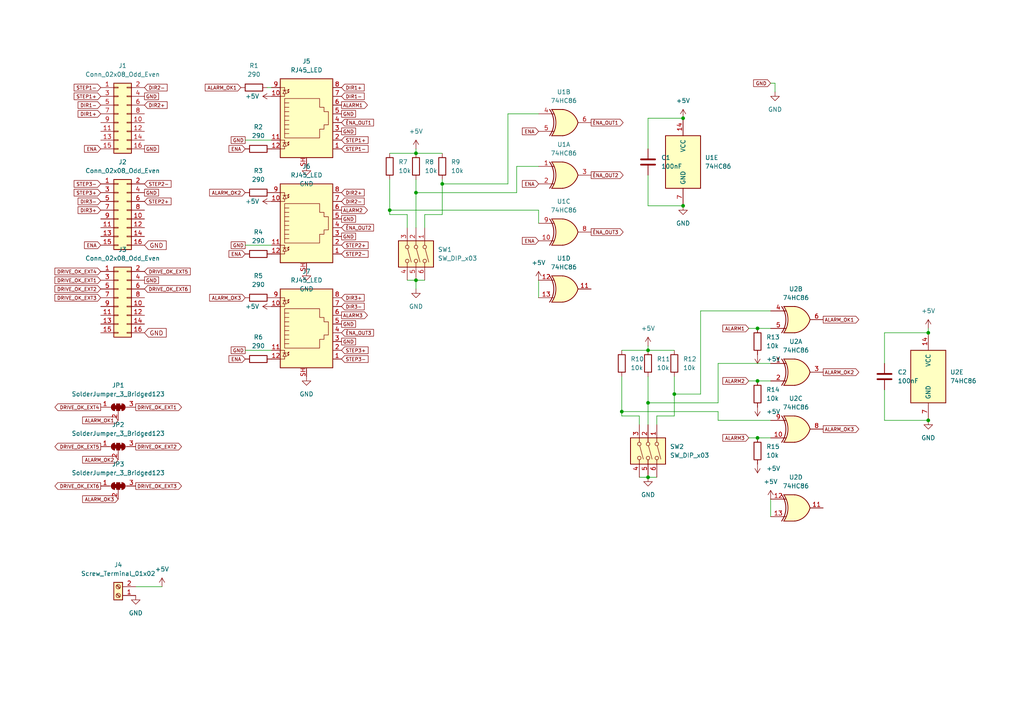
<source format=kicad_sch>
(kicad_sch (version 20211123) (generator eeschema)
  (paper "A4")
  (lib_symbols
    (symbol "74xx:74HC86" (pin_names (offset 1.016))
      (property "Reference" "U" (at 0 1.27 0))
      (property "Value" "74HC86" (at 0 -1.27 0))
      (symbol "74HC86_1_0"
        (arc (start -4.4196 -3.81) (mid -3.2033 0) (end -4.4196 3.81) (stroke (width 0.254)))
        (arc (start -3.81 -3.81) (mid -2.589 0) (end -3.81 3.81) (stroke (width 0.254)))
        (arc (start -0.6096 -3.81) (mid 2.1855 -2.584) (end 3.81 0) (stroke (width 0.254)) (fill (type background)))
        (polyline (pts (xy -3.81 -3.81) (xy -0.635 -3.81)) (stroke (width 0.254)) (fill (type background)))
        (polyline (pts (xy -3.81 3.81) (xy -0.635 3.81)) (stroke (width 0.254)) (fill (type background)))
        (polyline (pts (xy -0.635 3.81) (xy -3.81 3.81) (xy -3.81 3.81) (xy -3.556 3.4036) (xy -3.0226 2.2606) (xy -2.6924 1.0414) (xy -2.6162 -0.254) (xy -2.7686 -1.4986) (xy -3.175 -2.7178) (xy -3.81 -3.81) (xy -3.81 -3.81) (xy -0.635 -3.81)) (stroke (width -25.4)) (fill (type background)))
        (arc (start 3.81 0) (mid 2.1928 2.5925) (end -0.6096 3.81) (stroke (width 0.254)) (fill (type background)))
        (pin input line (at -7.62 2.54 0) (length 4.445) (name "~") (number "1"))
        (pin input line (at -7.62 -2.54 0) (length 4.445) (name "~") (number "2"))
        (pin output line (at 7.62 0 180) (length 3.81) (name "~") (number "3"))
      )
      (symbol "74HC86_1_1"
        (polyline (pts (xy -3.81 -2.54) (xy -3.175 -2.54)) (stroke (width 0.1524)))
        (polyline (pts (xy -3.81 2.54) (xy -3.175 2.54)) (stroke (width 0.1524)))
      )
      (symbol "74HC86_2_0"
        (arc (start -4.4196 -3.81) (mid -3.2033 0) (end -4.4196 3.81) (stroke (width 0.254)))
        (arc (start -3.81 -3.81) (mid -2.589 0) (end -3.81 3.81) (stroke (width 0.254)))
        (arc (start -0.6096 -3.81) (mid 2.1855 -2.584) (end 3.81 0) (stroke (width 0.254)) (fill (type background)))
        (polyline (pts (xy -3.81 -3.81) (xy -0.635 -3.81)) (stroke (width 0.254)) (fill (type background)))
        (polyline (pts (xy -3.81 3.81) (xy -0.635 3.81)) (stroke (width 0.254)) (fill (type background)))
        (polyline (pts (xy -0.635 3.81) (xy -3.81 3.81) (xy -3.81 3.81) (xy -3.556 3.4036) (xy -3.0226 2.2606) (xy -2.6924 1.0414) (xy -2.6162 -0.254) (xy -2.7686 -1.4986) (xy -3.175 -2.7178) (xy -3.81 -3.81) (xy -3.81 -3.81) (xy -0.635 -3.81)) (stroke (width -25.4)) (fill (type background)))
        (arc (start 3.81 0) (mid 2.1928 2.5925) (end -0.6096 3.81) (stroke (width 0.254)) (fill (type background)))
        (pin input line (at -7.62 2.54 0) (length 4.445) (name "~") (number "4"))
        (pin input line (at -7.62 -2.54 0) (length 4.445) (name "~") (number "5"))
        (pin output line (at 7.62 0 180) (length 3.81) (name "~") (number "6"))
      )
      (symbol "74HC86_2_1"
        (polyline (pts (xy -3.81 -2.54) (xy -3.175 -2.54)) (stroke (width 0.1524)))
        (polyline (pts (xy -3.81 2.54) (xy -3.175 2.54)) (stroke (width 0.1524)))
      )
      (symbol "74HC86_3_0"
        (arc (start -4.4196 -3.81) (mid -3.2033 0) (end -4.4196 3.81) (stroke (width 0.254)))
        (arc (start -3.81 -3.81) (mid -2.589 0) (end -3.81 3.81) (stroke (width 0.254)))
        (arc (start -0.6096 -3.81) (mid 2.1855 -2.584) (end 3.81 0) (stroke (width 0.254)) (fill (type background)))
        (polyline (pts (xy -3.81 -3.81) (xy -0.635 -3.81)) (stroke (width 0.254)) (fill (type background)))
        (polyline (pts (xy -3.81 3.81) (xy -0.635 3.81)) (stroke (width 0.254)) (fill (type background)))
        (polyline (pts (xy -0.635 3.81) (xy -3.81 3.81) (xy -3.81 3.81) (xy -3.556 3.4036) (xy -3.0226 2.2606) (xy -2.6924 1.0414) (xy -2.6162 -0.254) (xy -2.7686 -1.4986) (xy -3.175 -2.7178) (xy -3.81 -3.81) (xy -3.81 -3.81) (xy -0.635 -3.81)) (stroke (width -25.4)) (fill (type background)))
        (arc (start 3.81 0) (mid 2.1928 2.5925) (end -0.6096 3.81) (stroke (width 0.254)) (fill (type background)))
        (pin input line (at -7.62 -2.54 0) (length 4.445) (name "~") (number "10"))
        (pin output line (at 7.62 0 180) (length 3.81) (name "~") (number "8"))
        (pin input line (at -7.62 2.54 0) (length 4.445) (name "~") (number "9"))
      )
      (symbol "74HC86_3_1"
        (polyline (pts (xy -3.81 -2.54) (xy -3.175 -2.54)) (stroke (width 0.1524)))
        (polyline (pts (xy -3.81 2.54) (xy -3.175 2.54)) (stroke (width 0.1524)))
      )
      (symbol "74HC86_4_0"
        (arc (start -4.4196 -3.81) (mid -3.2033 0) (end -4.4196 3.81) (stroke (width 0.254)))
        (arc (start -3.81 -3.81) (mid -2.589 0) (end -3.81 3.81) (stroke (width 0.254)))
        (arc (start -0.6096 -3.81) (mid 2.1855 -2.584) (end 3.81 0) (stroke (width 0.254)) (fill (type background)))
        (polyline (pts (xy -3.81 -3.81) (xy -0.635 -3.81)) (stroke (width 0.254)) (fill (type background)))
        (polyline (pts (xy -3.81 3.81) (xy -0.635 3.81)) (stroke (width 0.254)) (fill (type background)))
        (polyline (pts (xy -0.635 3.81) (xy -3.81 3.81) (xy -3.81 3.81) (xy -3.556 3.4036) (xy -3.0226 2.2606) (xy -2.6924 1.0414) (xy -2.6162 -0.254) (xy -2.7686 -1.4986) (xy -3.175 -2.7178) (xy -3.81 -3.81) (xy -3.81 -3.81) (xy -0.635 -3.81)) (stroke (width -25.4)) (fill (type background)))
        (arc (start 3.81 0) (mid 2.1928 2.5925) (end -0.6096 3.81) (stroke (width 0.254)) (fill (type background)))
        (pin output line (at 7.62 0 180) (length 3.81) (name "~") (number "11"))
        (pin input line (at -7.62 2.54 0) (length 4.445) (name "~") (number "12"))
        (pin input line (at -7.62 -2.54 0) (length 4.445) (name "~") (number "13"))
      )
      (symbol "74HC86_4_1"
        (polyline (pts (xy -3.81 -2.54) (xy -3.175 -2.54)) (stroke (width 0.1524)))
        (polyline (pts (xy -3.81 2.54) (xy -3.175 2.54)) (stroke (width 0.1524)))
      )
      (symbol "74HC86_5_0"
        (pin power_in line (at 0 12.7 270) (length 5.08) (name "VCC") (number "14"))
        (pin power_in line (at 0 -12.7 90) (length 5.08) (name "GND") (number "7"))
      )
      (symbol "74HC86_5_1"
        (rectangle (start -5.08 7.62) (end 5.08 -7.62) (stroke (width 0.254)) (fill (type background)))
      )
    )
    (symbol "Connector:RJ45_LED_Shielded" (pin_names (offset 1.016))
      (property "Reference" "J" (at -5.08 13.97 0))
      (property "Value" "RJ45_LED_Shielded" (at 1.27 13.97 0))
      (symbol "RJ45_LED_Shielded_0_1"
        (polyline (pts (xy -7.62 -7.62) (xy -6.35 -7.62)))
        (polyline (pts (xy -7.62 -5.08) (xy -6.35 -5.08)))
        (polyline (pts (xy -7.62 7.62) (xy -6.35 7.62)))
        (polyline (pts (xy -7.62 10.16) (xy -6.35 10.16)))
        (polyline (pts (xy -6.858 -5.842) (xy -5.842 -5.842)))
        (polyline (pts (xy -6.858 9.398) (xy -5.842 9.398)))
        (polyline (pts (xy -6.35 -7.62) (xy -6.35 -6.858)))
        (polyline (pts (xy -6.35 -5.08) (xy -6.35 -5.842)))
        (polyline (pts (xy -6.35 7.62) (xy -6.35 8.382)))
        (polyline (pts (xy -6.35 10.16) (xy -6.35 9.398)))
        (polyline (pts (xy -5.08 -6.223) (xy -5.207 -6.604)))
        (polyline (pts (xy -5.08 -5.588) (xy -5.207 -5.969)))
        (polyline (pts (xy -5.08 4.445) (xy -6.35 4.445)))
        (polyline (pts (xy -5.08 5.715) (xy -6.35 5.715)))
        (polyline (pts (xy -5.08 9.017) (xy -5.207 8.636)))
        (polyline (pts (xy -5.08 9.652) (xy -5.207 9.271)))
        (polyline (pts (xy -6.35 -3.175) (xy -5.08 -3.175) (xy -5.08 -3.175)))
        (polyline (pts (xy -6.35 -1.905) (xy -5.08 -1.905) (xy -5.08 -1.905)))
        (polyline (pts (xy -6.35 -0.635) (xy -5.08 -0.635) (xy -5.08 -0.635)))
        (polyline (pts (xy -6.35 0.635) (xy -5.08 0.635) (xy -5.08 0.635)))
        (polyline (pts (xy -6.35 1.905) (xy -5.08 1.905) (xy -5.08 1.905)))
        (polyline (pts (xy -5.588 -6.731) (xy -5.08 -6.223) (xy -5.461 -6.35)))
        (polyline (pts (xy -5.588 -6.096) (xy -5.08 -5.588) (xy -5.461 -5.715)))
        (polyline (pts (xy -5.588 8.509) (xy -5.08 9.017) (xy -5.461 8.89)))
        (polyline (pts (xy -5.588 9.144) (xy -5.08 9.652) (xy -5.461 9.525)))
        (polyline (pts (xy -5.08 3.175) (xy -6.35 3.175) (xy -6.35 3.175)))
        (polyline (pts (xy -6.35 -5.842) (xy -6.858 -6.858) (xy -5.842 -6.858) (xy -6.35 -5.842)))
        (polyline (pts (xy -6.35 9.398) (xy -6.858 8.382) (xy -5.842 8.382) (xy -6.35 9.398)))
        (polyline (pts (xy -6.35 -4.445) (xy -6.35 6.985) (xy 3.81 6.985) (xy 3.81 4.445) (xy 5.08 4.445) (xy 5.08 3.175) (xy 6.35 3.175) (xy 6.35 -0.635) (xy 5.08 -0.635) (xy 5.08 -1.905) (xy 3.81 -1.905) (xy 3.81 -4.445) (xy -6.35 -4.445) (xy -6.35 -4.445)))
        (rectangle (start 7.62 12.7) (end -7.62 -10.16) (stroke (width 0.254)) (fill (type background)))
      )
      (symbol "RJ45_LED_Shielded_1_1"
        (pin passive line (at 10.16 -7.62 180) (length 2.54) (name "~") (number "1"))
        (pin passive line (at -10.16 7.62 0) (length 2.54) (name "~") (number "10"))
        (pin passive line (at -10.16 -5.08 0) (length 2.54) (name "~") (number "11"))
        (pin passive line (at -10.16 -7.62 0) (length 2.54) (name "~") (number "12"))
        (pin passive line (at 10.16 -5.08 180) (length 2.54) (name "~") (number "2"))
        (pin passive line (at 10.16 -2.54 180) (length 2.54) (name "~") (number "3"))
        (pin passive line (at 10.16 0 180) (length 2.54) (name "~") (number "4"))
        (pin passive line (at 10.16 2.54 180) (length 2.54) (name "~") (number "5"))
        (pin passive line (at 10.16 5.08 180) (length 2.54) (name "~") (number "6"))
        (pin passive line (at 10.16 7.62 180) (length 2.54) (name "~") (number "7"))
        (pin passive line (at 10.16 10.16 180) (length 2.54) (name "~") (number "8"))
        (pin passive line (at -10.16 10.16 0) (length 2.54) (name "~") (number "9"))
        (pin passive line (at 0 -12.7 90) (length 2.54) (name "~") (number "SH"))
      )
    )
    (symbol "Connector:Screw_Terminal_01x02" (pin_names (offset 1.016) hide)
      (property "Reference" "J" (at 0 2.54 0))
      (property "Value" "Screw_Terminal_01x02" (at 0 -5.08 0))
      (symbol "Screw_Terminal_01x02_1_1"
        (rectangle (start -1.27 1.27) (end 1.27 -3.81) (stroke (width 0.254)) (fill (type background)))
        (circle (center 0 -2.54) (radius 0.635) (stroke (width 0.1524)))
        (polyline (pts (xy -0.5334 -2.2098) (xy 0.3302 -3.048)) (stroke (width 0.1524)))
        (polyline (pts (xy -0.5334 0.3302) (xy 0.3302 -0.508)) (stroke (width 0.1524)))
        (polyline (pts (xy -0.3556 -2.032) (xy 0.508 -2.8702)) (stroke (width 0.1524)))
        (polyline (pts (xy -0.3556 0.508) (xy 0.508 -0.3302)) (stroke (width 0.1524)))
        (circle (center 0 0) (radius 0.635) (stroke (width 0.1524)))
        (pin passive line (at -5.08 0 0) (length 3.81) (name "Pin_1") (number "1"))
        (pin passive line (at -5.08 -2.54 0) (length 3.81) (name "Pin_2") (number "2"))
      )
    )
    (symbol "Connector_Generic:Conn_02x08_Odd_Even" (pin_names (offset 1.016) hide)
      (property "Reference" "J" (at 1.27 10.16 0))
      (property "Value" "Conn_02x08_Odd_Even" (at 1.27 -12.7 0))
      (symbol "Conn_02x08_Odd_Even_1_1"
        (rectangle (start -1.27 -10.033) (end 0 -10.287) (stroke (width 0.1524)))
        (rectangle (start -1.27 -7.493) (end 0 -7.747) (stroke (width 0.1524)))
        (rectangle (start -1.27 -4.953) (end 0 -5.207) (stroke (width 0.1524)))
        (rectangle (start -1.27 -2.413) (end 0 -2.667) (stroke (width 0.1524)))
        (rectangle (start -1.27 0.127) (end 0 -0.127) (stroke (width 0.1524)))
        (rectangle (start -1.27 2.667) (end 0 2.413) (stroke (width 0.1524)))
        (rectangle (start -1.27 5.207) (end 0 4.953) (stroke (width 0.1524)))
        (rectangle (start -1.27 7.747) (end 0 7.493) (stroke (width 0.1524)))
        (rectangle (start -1.27 8.89) (end 3.81 -11.43) (stroke (width 0.254)) (fill (type background)))
        (rectangle (start 3.81 -10.033) (end 2.54 -10.287) (stroke (width 0.1524)))
        (rectangle (start 3.81 -7.493) (end 2.54 -7.747) (stroke (width 0.1524)))
        (rectangle (start 3.81 -4.953) (end 2.54 -5.207) (stroke (width 0.1524)))
        (rectangle (start 3.81 -2.413) (end 2.54 -2.667) (stroke (width 0.1524)))
        (rectangle (start 3.81 0.127) (end 2.54 -0.127) (stroke (width 0.1524)))
        (rectangle (start 3.81 2.667) (end 2.54 2.413) (stroke (width 0.1524)))
        (rectangle (start 3.81 5.207) (end 2.54 4.953) (stroke (width 0.1524)))
        (rectangle (start 3.81 7.747) (end 2.54 7.493) (stroke (width 0.1524)))
        (pin passive line (at -5.08 7.62 0) (length 3.81) (name "Pin_1") (number "1"))
        (pin passive line (at 7.62 -2.54 180) (length 3.81) (name "Pin_10") (number "10"))
        (pin passive line (at -5.08 -5.08 0) (length 3.81) (name "Pin_11") (number "11"))
        (pin passive line (at 7.62 -5.08 180) (length 3.81) (name "Pin_12") (number "12"))
        (pin passive line (at -5.08 -7.62 0) (length 3.81) (name "Pin_13") (number "13"))
        (pin passive line (at 7.62 -7.62 180) (length 3.81) (name "Pin_14") (number "14"))
        (pin passive line (at -5.08 -10.16 0) (length 3.81) (name "Pin_15") (number "15"))
        (pin passive line (at 7.62 -10.16 180) (length 3.81) (name "Pin_16") (number "16"))
        (pin passive line (at 7.62 7.62 180) (length 3.81) (name "Pin_2") (number "2"))
        (pin passive line (at -5.08 5.08 0) (length 3.81) (name "Pin_3") (number "3"))
        (pin passive line (at 7.62 5.08 180) (length 3.81) (name "Pin_4") (number "4"))
        (pin passive line (at -5.08 2.54 0) (length 3.81) (name "Pin_5") (number "5"))
        (pin passive line (at 7.62 2.54 180) (length 3.81) (name "Pin_6") (number "6"))
        (pin passive line (at -5.08 0 0) (length 3.81) (name "Pin_7") (number "7"))
        (pin passive line (at 7.62 0 180) (length 3.81) (name "Pin_8") (number "8"))
        (pin passive line (at -5.08 -2.54 0) (length 3.81) (name "Pin_9") (number "9"))
      )
    )
    (symbol "Device:C" (pin_numbers hide) (pin_names (offset 0.254))
      (property "Reference" "C" (at 0.635 2.54 0))
      (property "Value" "C" (at 0.635 -2.54 0))
      (symbol "C_0_1"
        (polyline (pts (xy -2.032 -0.762) (xy 2.032 -0.762)) (stroke (width 0.508)))
        (polyline (pts (xy -2.032 0.762) (xy 2.032 0.762)) (stroke (width 0.508)))
      )
      (symbol "C_1_1"
        (pin passive line (at 0 3.81 270) (length 2.794) (name "~") (number "1"))
        (pin passive line (at 0 -3.81 90) (length 2.794) (name "~") (number "2"))
      )
    )
    (symbol "Device:R" (pin_numbers hide) (pin_names (offset 0))
      (property "Reference" "R" (at 2.032 0 90))
      (property "Value" "R" (at 0 0 90))
      (symbol "R_0_1"
        (rectangle (start -1.016 -2.54) (end 1.016 2.54) (stroke (width 0.254)))
      )
      (symbol "R_1_1"
        (pin passive line (at 0 3.81 270) (length 1.27) (name "~") (number "1"))
        (pin passive line (at 0 -3.81 90) (length 1.27) (name "~") (number "2"))
      )
    )
    (symbol "Jumper:SolderJumper_3_Bridged123" (pin_names (offset 0) hide)
      (property "Reference" "JP" (at -2.54 -2.54 0))
      (property "Value" "SolderJumper_3_Bridged123" (at 0 2.794 0))
      (symbol "SolderJumper_3_Bridged123_0_1"
        (rectangle (start -1.016 0.508) (end -0.508 -0.508) (fill (type outline)))
        (arc (start -1.016 1.016) (mid -2.032 0) (end -1.016 -1.016))
        (arc (start -1.016 1.016) (mid -2.032 0) (end -1.016 -1.016) (fill (type outline)))
        (rectangle (start -0.508 1.016) (end 0.508 -1.016) (fill (type outline)))
        (polyline (pts (xy -2.54 0) (xy -2.032 0)))
        (polyline (pts (xy -1.016 1.016) (xy -1.016 -1.016)))
        (polyline (pts (xy 0 -1.27) (xy 0 -1.016)))
        (polyline (pts (xy 1.016 1.016) (xy 1.016 -1.016)))
        (polyline (pts (xy 2.54 0) (xy 2.032 0)))
        (rectangle (start 0.508 0.508) (end 1.016 -0.508) (fill (type outline)))
        (arc (start 1.016 -1.016) (mid 2.032 0) (end 1.016 1.016))
        (arc (start 1.016 -1.016) (mid 2.032 0) (end 1.016 1.016) (fill (type outline)))
      )
      (symbol "SolderJumper_3_Bridged123_1_1"
        (pin passive line (at -5.08 0 0) (length 2.54) (name "A") (number "1"))
        (pin input line (at 0 -3.81 90) (length 2.54) (name "C") (number "2"))
        (pin passive line (at 5.08 0 180) (length 2.54) (name "B") (number "3"))
      )
    )
    (symbol "Switch:SW_DIP_x03" (pin_names (offset 0) hide)
      (property "Reference" "SW" (at 0 8.89 0))
      (property "Value" "SW_DIP_x03" (at 0 -3.81 0))
      (symbol "SW_DIP_x03_0_0"
        (circle (center -2.032 0) (radius 0.508))
        (circle (center -2.032 2.54) (radius 0.508))
        (circle (center -2.032 5.08) (radius 0.508))
        (polyline (pts (xy -1.524 0.127) (xy 2.3622 1.1684)))
        (polyline (pts (xy -1.524 2.667) (xy 2.3622 3.7084)))
        (polyline (pts (xy -1.524 5.207) (xy 2.3622 6.2484)))
        (circle (center 2.032 0) (radius 0.508))
        (circle (center 2.032 2.54) (radius 0.508))
        (circle (center 2.032 5.08) (radius 0.508))
      )
      (symbol "SW_DIP_x03_0_1"
        (rectangle (start -3.81 7.62) (end 3.81 -2.54) (stroke (width 0.254)) (fill (type background)))
      )
      (symbol "SW_DIP_x03_1_1"
        (pin passive line (at -7.62 5.08 0) (length 5.08) (name "~") (number "1"))
        (pin passive line (at -7.62 2.54 0) (length 5.08) (name "~") (number "2"))
        (pin passive line (at -7.62 0 0) (length 5.08) (name "~") (number "3"))
        (pin passive line (at 7.62 0 180) (length 5.08) (name "~") (number "4"))
        (pin passive line (at 7.62 2.54 180) (length 5.08) (name "~") (number "5"))
        (pin passive line (at 7.62 5.08 180) (length 5.08) (name "~") (number "6"))
      )
    )
    (symbol "power:+5V" (power) (pin_names (offset 0))
      (property "Value" "+5V" (at 0 3.556 0))
      (symbol "+5V_0_1"
        (polyline (pts (xy -0.762 1.27) (xy 0 2.54)))
        (polyline (pts (xy 0 0) (xy 0 2.54)))
        (polyline (pts (xy 0 2.54) (xy 0.762 1.27)))
      )
      (symbol "+5V_1_1"
        (pin power_in line (at 0 0 90) (length 0) hide (name "+5V") (number "1"))
      )
    )
    (symbol "power:GND" (power) (pin_names (offset 0))
      (property "Value" "GND" (at 0 -3.81 0))
      (symbol "GND_0_1"
        (polyline (pts (xy 0 0) (xy 0 -1.27) (xy 1.27 -1.27) (xy 0 -2.54) (xy -1.27 -1.27) (xy 0 -1.27)))
      )
      (symbol "GND_1_1"
        (pin power_in line (at 0 0 270) (length 0) hide (name "GND") (number "1"))
      )
    )
  )
  (junction (at 187.96 116.84))
  (junction (at 120.65 44.45))
  (junction (at 187.96 138.43))
  (junction (at 180.34 119.38))
  (junction (at 198.12 59.69))
  (junction (at 219.71 95.25))
  (junction (at 269.24 96.52))
  (junction (at 198.12 34.29))
  (junction (at 128.27 53.34))
  (junction (at 113.03 60.96))
  (junction (at 120.65 81.28))
  (junction (at 219.71 110.49))
  (junction (at 120.65 55.88))
  (junction (at 219.71 127))
  (junction (at 195.58 114.3))
  (junction (at 269.24 121.92))
  (junction (at 187.96 101.6))
  (wire (pts (xy 187.96 109.22) (xy 187.96 116.84)))
  (wire (pts (xy 219.71 110.49) (xy 223.52 110.49)))
  (wire (pts (xy 123.19 62.23) (xy 128.27 62.23)))
  (wire (pts (xy 185.42 120.65) (xy 185.42 123.19)))
  (wire (pts (xy 217.17 95.25) (xy 219.71 95.25)))
  (wire (pts (xy 187.96 101.6) (xy 195.58 101.6)))
  (wire (pts (xy 185.42 138.43) (xy 187.96 138.43)))
  (wire (pts (xy 187.96 116.84) (xy 187.96 123.19)))
  (wire (pts (xy 208.28 121.92) (xy 223.52 121.92)))
  (wire (pts (xy 149.86 48.26) (xy 149.86 55.88)))
  (wire (pts (xy 269.24 95.25) (xy 269.24 96.52)))
  (wire (pts (xy 180.34 119.38) (xy 208.28 119.38)))
  (wire (pts (xy 147.32 33.02) (xy 156.21 33.02)))
  (wire (pts (xy 113.03 44.45) (xy 120.65 44.45)))
  (wire (pts (xy 118.11 62.23) (xy 118.11 66.04)))
  (wire (pts (xy 120.65 81.28) (xy 120.65 83.82)))
  (wire (pts (xy 123.19 62.23) (xy 123.19 66.04)))
  (wire (pts (xy 256.54 113.03) (xy 256.54 121.92)))
  (wire (pts (xy 71.12 40.64) (xy 78.74 40.64)))
  (wire (pts (xy 180.34 119.38) (xy 180.34 109.22)))
  (wire (pts (xy 190.5 123.19) (xy 190.5 120.65)))
  (wire (pts (xy 217.17 110.49) (xy 219.71 110.49)))
  (wire (pts (xy 223.52 105.41) (xy 208.28 105.41)))
  (wire (pts (xy 208.28 119.38) (xy 208.28 121.92)))
  (wire (pts (xy 120.65 52.07) (xy 120.65 55.88)))
  (wire (pts (xy 187.96 138.43) (xy 190.5 138.43)))
  (wire (pts (xy 156.21 48.26) (xy 149.86 48.26)))
  (wire (pts (xy 187.96 116.84) (xy 208.28 116.84)))
  (wire (pts (xy 128.27 53.34) (xy 128.27 62.23)))
  (wire (pts (xy 187.96 34.29) (xy 198.12 34.29)))
  (wire (pts (xy 187.96 100.33) (xy 187.96 101.6)))
  (wire (pts (xy 187.96 59.69) (xy 198.12 59.69)))
  (wire (pts (xy 217.17 127) (xy 219.71 127)))
  (wire (pts (xy 147.32 33.02) (xy 147.32 53.34)))
  (wire (pts (xy 118.11 81.28) (xy 120.65 81.28)))
  (wire (pts (xy 120.65 43.18) (xy 120.65 44.45)))
  (wire (pts (xy 203.2 90.17) (xy 203.2 114.3)))
  (wire (pts (xy 156.21 81.28) (xy 156.21 86.36)))
  (wire (pts (xy 120.65 55.88) (xy 120.65 66.04)))
  (wire (pts (xy 120.65 81.28) (xy 123.19 81.28)))
  (wire (pts (xy 180.34 101.6) (xy 187.96 101.6)))
  (wire (pts (xy 128.27 52.07) (xy 128.27 53.34)))
  (wire (pts (xy 203.2 90.17) (xy 223.52 90.17)))
  (wire (pts (xy 156.21 60.96) (xy 113.03 60.96)))
  (wire (pts (xy 120.65 44.45) (xy 128.27 44.45)))
  (wire (pts (xy 256.54 121.92) (xy 269.24 121.92)))
  (wire (pts (xy 120.65 55.88) (xy 149.86 55.88)))
  (wire (pts (xy 256.54 96.52) (xy 256.54 105.41)))
  (wire (pts (xy 224.79 24.13) (xy 224.79 26.67)))
  (wire (pts (xy 190.5 120.65) (xy 195.58 120.65)))
  (wire (pts (xy 128.27 53.34) (xy 147.32 53.34)))
  (wire (pts (xy 223.52 144.78) (xy 223.52 149.86)))
  (wire (pts (xy 71.12 71.12) (xy 78.74 71.12)))
  (wire (pts (xy 113.03 60.96) (xy 113.03 62.23)))
  (wire (pts (xy 180.34 120.65) (xy 185.42 120.65)))
  (wire (pts (xy 156.21 64.77) (xy 156.21 60.96)))
  (wire (pts (xy 195.58 114.3) (xy 195.58 120.65)))
  (wire (pts (xy 187.96 34.29) (xy 187.96 43.18)))
  (wire (pts (xy 77.47 25.4) (xy 78.74 25.4)))
  (wire (pts (xy 187.96 50.8) (xy 187.96 59.69)))
  (wire (pts (xy 208.28 105.41) (xy 208.28 116.84)))
  (wire (pts (xy 113.03 52.07) (xy 113.03 60.96)))
  (wire (pts (xy 223.52 24.13) (xy 224.79 24.13)))
  (wire (pts (xy 195.58 114.3) (xy 203.2 114.3)))
  (wire (pts (xy 71.12 101.6) (xy 78.74 101.6)))
  (wire (pts (xy 219.71 95.25) (xy 223.52 95.25)))
  (wire (pts (xy 219.71 127) (xy 223.52 127)))
  (wire (pts (xy 39.37 170.18) (xy 46.99 170.18)))
  (wire (pts (xy 113.03 62.23) (xy 118.11 62.23)))
  (wire (pts (xy 195.58 109.22) (xy 195.58 114.3)))
  (wire (pts (xy 256.54 96.52) (xy 269.24 96.52)))
  (wire (pts (xy 180.34 120.65) (xy 180.34 119.38)))
  (global_label "GND" (shape passive) (at 41.91 55.88 0) (effects (font (size 1 1))) (property "Intersheet References" "${INTERSHEET_REFS}" (effects hide)))
  (global_label "GND" (shape passive) (at 99.06 93.98 0) (effects (font (size 1 1))) (property "Intersheet References" "${INTERSHEET_REFS}" (effects hide)))
  (global_label "DIR3-" (shape input) (at 29.21 58.42 180) (effects (font (size 1 1))) (property "Intersheet References" "${INTERSHEET_REFS}" (effects hide)))
  (global_label "GND" (shape passive) (at 99.06 38.1 0) (effects (font (size 1 1))) (property "Intersheet References" "${INTERSHEET_REFS}" (effects hide)))
  (global_label "DRIVE_OK_EXT3" (shape output) (at 39.37 140.97 0) (effects (font (size 1 1))) (property "Intersheet References" "${INTERSHEET_REFS}" (effects hide)))
  (global_label "STEP2+" (shape input) (at 99.06 71.12 0) (effects (font (size 1 1))) (property "Intersheet References" "${INTERSHEET_REFS}" (effects hide)))
  (global_label "DIR2+" (shape input) (at 41.91 30.48 0) (effects (font (size 1 1))) (property "Intersheet References" "${INTERSHEET_REFS}" (effects hide)))
  (global_label "STEP2+" (shape input) (at 41.91 58.42 0) (effects (font (size 1 1))) (property "Intersheet References" "${INTERSHEET_REFS}" (effects hide)))
  (global_label "ALARM_OK3" (shape input) (at 71.12 86.36 180) (effects (font (size 1 1))) (property "Intersheet References" "${INTERSHEET_REFS}" (effects hide)))
  (global_label "ALARM2" (shape output) (at 99.06 60.96 0) (effects (font (size 1 1))) (property "Intersheet References" "${INTERSHEET_REFS}" (effects hide)))
  (global_label "ALARM_OK3" (shape input) (at 34.29 144.78 180) (effects (font (size 1 1))) (property "Intersheet References" "${INTERSHEET_REFS}" (effects hide)))
  (global_label "DRIVE_OK_EXT5" (shape output) (at 29.21 129.54 180) (effects (font (size 1 1))) (property "Intersheet References" "${INTERSHEET_REFS}" (effects hide)))
  (global_label "ÈNA_OUT3" (shape input) (at 99.06 96.52 0) (effects (font (size 1 1))) (property "Intersheet References" "${INTERSHEET_REFS}" (effects hide)))
  (global_label "DRIVE_OK_EXT1" (shape output) (at 39.37 118.11 0) (effects (font (size 1 1))) (property "Intersheet References" "${INTERSHEET_REFS}" (effects hide)))
  (global_label "ALARM_OK2" (shape input) (at 34.29 133.35 180) (effects (font (size 1 1))) (property "Intersheet References" "${INTERSHEET_REFS}" (effects hide)))
  (global_label "DIR1+" (shape input) (at 99.06 25.4 0) (effects (font (size 1 1))) (property "Intersheet References" "${INTERSHEET_REFS}" (effects hide)))
  (global_label "DRIVE_OK_EXT6" (shape input) (at 41.91 83.82 0) (effects (font (size 1 1))) (property "Intersheet References" "${INTERSHEET_REFS}" (effects hide)))
  (global_label "DRIVE_OK_EXT2" (shape input) (at 29.21 83.82 180) (effects (font (size 1 1))) (property "Intersheet References" "${INTERSHEET_REFS}" (effects hide)))
  (global_label "DRIVE_OK_EXT1" (shape input) (at 29.21 81.28 180) (effects (font (size 1 1))) (property "Intersheet References" "${INTERSHEET_REFS}" (effects hide)))
  (global_label "STEP1-" (shape input) (at 99.06 43.18 0) (effects (font (size 1 1))) (property "Intersheet References" "${INTERSHEET_REFS}" (effects hide)))
  (global_label "GND" (shape passive) (at 71.12 101.6 180) (effects (font (size 1 1))) (property "Intersheet References" "${INTERSHEET_REFS}" (effects hide)))
  (global_label "ALARM_OK1" (shape input) (at 69.85 25.4 180) (effects (font (size 1 1))) (property "Intersheet References" "${INTERSHEET_REFS}" (effects hide)))
  (global_label "ALARM3" (shape output) (at 99.06 91.44 0) (effects (font (size 1 1))) (property "Intersheet References" "${INTERSHEET_REFS}" (effects hide)))
  (global_label "DIR1-" (shape input) (at 29.21 30.48 180) (effects (font (size 1 1))) (property "Intersheet References" "${INTERSHEET_REFS}" (effects hide)))
  (global_label "ALARM_OK2" (shape input) (at 71.12 55.88 180) (effects (font (size 1 1))) (property "Intersheet References" "${INTERSHEET_REFS}" (effects hide)))
  (global_label "ENA" (shape input) (at 29.21 71.12 180) (effects (font (size 1 1))) (property "Intersheet References" "${INTERSHEET_REFS}" (effects hide)))
  (global_label "DRIVE_OK_EXT4" (shape output) (at 29.21 118.11 180) (effects (font (size 1 1))) (property "Intersheet References" "${INTERSHEET_REFS}" (effects hide)))
  (global_label "GND" (shape input) (at 223.52 24.13 180) (effects (font (size 1 1))) (property "Intersheet References" "${INTERSHEET_REFS}" (effects hide)))
  (global_label "DIR3+" (shape input) (at 99.06 86.36 0) (effects (font (size 1 1))) (property "Intersheet References" "${INTERSHEET_REFS}" (effects hide)))
  (global_label "ALARM_OK2" (shape output) (at 238.76 107.95 0) (effects (font (size 1 1))) (property "Intersheet References" "${INTERSHEET_REFS}" (effects hide)))
  (global_label "ALARM3" (shape input) (at 217.17 127 180) (effects (font (size 1 1))) (property "Intersheet References" "${INTERSHEET_REFS}" (effects hide)))
  (global_label "GND" (shape passive) (at 99.06 63.5 0) (effects (font (size 1 1))) (property "Intersheet References" "${INTERSHEET_REFS}" (effects hide)))
  (global_label "STEP1+" (shape input) (at 29.21 27.94 180) (effects (font (size 1 1))) (property "Intersheet References" "${INTERSHEET_REFS}" (effects hide)))
  (global_label "GND" (shape input) (at 41.91 71.12 0) (property "Intersheet References" "${INTERSHEET_REFS}" (effects hide)))
  (global_label "ENA" (shape input) (at 71.12 104.14 180) (effects (font (size 1 1))) (property "Intersheet References" "${INTERSHEET_REFS}" (effects hide)))
  (global_label "DIR2+" (shape input) (at 99.06 55.88 0) (effects (font (size 1 1))) (property "Intersheet References" "${INTERSHEET_REFS}" (effects hide)))
  (global_label "STEP1+" (shape input) (at 99.06 40.64 0) (effects (font (size 1 1))) (property "Intersheet References" "${INTERSHEET_REFS}" (effects hide)))
  (global_label "ALARM1" (shape output) (at 99.06 30.48 0) (effects (font (size 1 1))) (property "Intersheet References" "${INTERSHEET_REFS}" (effects hide)))
  (global_label "ÈNA_OUT1" (shape input) (at 99.06 35.56 0) (effects (font (size 1 1))) (property "Intersheet References" "${INTERSHEET_REFS}" (effects hide)))
  (global_label "ENA" (shape input) (at 156.21 53.34 180) (effects (font (size 1 1))) (property "Intersheet References" "${INTERSHEET_REFS}" (effects hide)))
  (global_label "ALARM_OK1" (shape input) (at 34.29 121.92 180) (effects (font (size 1 1))) (property "Intersheet References" "${INTERSHEET_REFS}" (effects hide)))
  (global_label "GND" (shape passive) (at 99.06 33.02 0) (effects (font (size 1 1))) (property "Intersheet References" "${INTERSHEET_REFS}" (effects hide)))
  (global_label "DRIVE_OK_EXT4" (shape input) (at 29.21 78.74 180) (effects (font (size 1 1))) (property "Intersheet References" "${INTERSHEET_REFS}" (effects hide)))
  (global_label "GND" (shape passive) (at 99.06 99.06 0) (effects (font (size 1 1))) (property "Intersheet References" "${INTERSHEET_REFS}" (effects hide)))
  (global_label "DIR3+" (shape input) (at 29.21 60.96 180) (effects (font (size 1 1))) (property "Intersheet References" "${INTERSHEET_REFS}" (effects hide)))
  (global_label "GND" (shape passive) (at 41.91 81.28 0) (effects (font (size 1 1))) (property "Intersheet References" "${INTERSHEET_REFS}" (effects hide)))
  (global_label "DIR2-" (shape input) (at 41.91 25.4 0) (effects (font (size 1 1))) (property "Intersheet References" "${INTERSHEET_REFS}" (effects hide)))
  (global_label "ÈNA_OUT1" (shape output) (at 171.45 35.56 0) (effects (font (size 1 1))) (property "Intersheet References" "${INTERSHEET_REFS}" (effects hide)))
  (global_label "DRIVE_OK_EXT6" (shape output) (at 29.21 140.97 180) (effects (font (size 1 1))) (property "Intersheet References" "${INTERSHEET_REFS}" (effects hide)))
  (global_label "DRIVE_OK_EXT2" (shape output) (at 39.37 129.54 0) (effects (font (size 1 1))) (property "Intersheet References" "${INTERSHEET_REFS}" (effects hide)))
  (global_label "STEP2-" (shape input) (at 99.06 73.66 0) (effects (font (size 1 1))) (property "Intersheet References" "${INTERSHEET_REFS}" (effects hide)))
  (global_label "ALARM_OK3" (shape output) (at 238.76 124.46 0) (effects (font (size 1 1))) (property "Intersheet References" "${INTERSHEET_REFS}" (effects hide)))
  (global_label "GND" (shape passive) (at 71.12 40.64 180) (effects (font (size 1 1))) (property "Intersheet References" "${INTERSHEET_REFS}" (effects hide)))
  (global_label "GND" (shape passive) (at 41.91 27.94 0) (effects (font (size 1 1))) (property "Intersheet References" "${INTERSHEET_REFS}" (effects hide)))
  (global_label "ENA" (shape input) (at 71.12 73.66 180) (effects (font (size 1 1))) (property "Intersheet References" "${INTERSHEET_REFS}" (effects hide)))
  (global_label "STEP1-" (shape input) (at 29.21 25.4 180) (effects (font (size 1 1))) (property "Intersheet References" "${INTERSHEET_REFS}" (effects hide)))
  (global_label "DRIVE_OK_EXT5" (shape input) (at 41.91 78.74 0) (effects (font (size 1 1))) (property "Intersheet References" "${INTERSHEET_REFS}" (effects hide)))
  (global_label "STEP2-" (shape input) (at 41.91 53.34 0) (effects (font (size 1 1))) (property "Intersheet References" "${INTERSHEET_REFS}" (effects hide)))
  (global_label "DIR1-" (shape input) (at 99.06 27.94 0) (effects (font (size 1 1))) (property "Intersheet References" "${INTERSHEET_REFS}" (effects hide)))
  (global_label "GND" (shape passive) (at 41.91 43.18 0) (effects (font (size 1 1))) (property "Intersheet References" "${INTERSHEET_REFS}" (effects hide)))
  (global_label "GND" (shape input) (at 41.91 96.52 0) (property "Intersheet References" "${INTERSHEET_REFS}" (effects hide)))
  (global_label "STEP3-" (shape input) (at 99.06 104.14 0) (effects (font (size 1 1))) (property "Intersheet References" "${INTERSHEET_REFS}" (effects hide)))
  (global_label "ÈNA_OUT2" (shape output) (at 171.45 50.8 0) (effects (font (size 1 1))) (property "Intersheet References" "${INTERSHEET_REFS}" (effects hide)))
  (global_label "ENA" (shape input) (at 156.21 38.1 180) (effects (font (size 1 1))) (property "Intersheet References" "${INTERSHEET_REFS}" (effects hide)))
  (global_label "STEP3+" (shape input) (at 99.06 101.6 0) (effects (font (size 1 1))) (property "Intersheet References" "${INTERSHEET_REFS}" (effects hide)))
  (global_label "GND" (shape passive) (at 99.06 68.58 0) (effects (font (size 1 1))) (property "Intersheet References" "${INTERSHEET_REFS}" (effects hide)))
  (global_label "STEP3-" (shape input) (at 29.21 53.34 180) (effects (font (size 1 1))) (property "Intersheet References" "${INTERSHEET_REFS}" (effects hide)))
  (global_label "DRIVE_OK_EXT3" (shape input) (at 29.21 86.36 180) (effects (font (size 1 1))) (property "Intersheet References" "${INTERSHEET_REFS}" (effects hide)))
  (global_label "ENA" (shape input) (at 29.21 43.18 180) (effects (font (size 1 1))) (property "Intersheet References" "${INTERSHEET_REFS}" (effects hide)))
  (global_label "ALARM1" (shape input) (at 217.17 95.25 180) (effects (font (size 1 1))) (property "Intersheet References" "${INTERSHEET_REFS}" (effects hide)))
  (global_label "ALARM2" (shape input) (at 217.17 110.49 180) (effects (font (size 1 1))) (property "Intersheet References" "${INTERSHEET_REFS}" (effects hide)))
  (global_label "DIR1+" (shape input) (at 29.21 33.02 180) (effects (font (size 1 1))) (property "Intersheet References" "${INTERSHEET_REFS}" (effects hide)))
  (global_label "DIR3-" (shape input) (at 99.06 88.9 0) (effects (font (size 1 1))) (property "Intersheet References" "${INTERSHEET_REFS}" (effects hide)))
  (global_label "ÈNA_OUT3" (shape output) (at 171.45 67.31 0) (effects (font (size 1 1))) (property "Intersheet References" "${INTERSHEET_REFS}" (effects hide)))
  (global_label "ÈNA_OUT2" (shape input) (at 99.06 66.04 0) (effects (font (size 1 1))) (property "Intersheet References" "${INTERSHEET_REFS}" (effects hide)))
  (global_label "ENA" (shape input) (at 71.12 43.18 180) (effects (font (size 1 1))) (property "Intersheet References" "${INTERSHEET_REFS}" (effects hide)))
  (global_label "ALARM_OK1" (shape output) (at 238.76 92.71 0) (effects (font (size 1 1))) (property "Intersheet References" "${INTERSHEET_REFS}" (effects hide)))
  (global_label "GND" (shape passive) (at 71.12 71.12 180) (effects (font (size 1 1))) (property "Intersheet References" "${INTERSHEET_REFS}" (effects hide)))
  (global_label "DIR2-" (shape input) (at 99.06 58.42 0) (effects (font (size 1 1))) (property "Intersheet References" "${INTERSHEET_REFS}" (effects hide)))
  (global_label "STEP3+" (shape input) (at 29.21 55.88 180) (effects (font (size 1 1))) (property "Intersheet References" "${INTERSHEET_REFS}" (effects hide)))
  (global_label "ENA" (shape input) (at 156.21 69.85 180) (effects (font (size 1 1))) (property "Intersheet References" "${INTERSHEET_REFS}" (effects hide)))
  (symbol (lib_id "power:+5V") (at 78.74 27.94 90) (unit 1)
    (property "Reference" "#PWR03" (effects hide))
    (property "Value" "+5V" (at 71.12 27.94 90) (effects (justify right)))
  )
  (symbol (lib_id "74xx:74HC86") (at 163.83 83.82 0) (unit 4)
    (property "Reference" "U1" (at 163.5252 74.93 0))
    (property "Value" "74HC86" (at 163.5252 77.47 0))
    (property "Footprint" "Package_SO:SO-14_5.3x10.2mm_P1.27mm" (effects hide))
    (property "Datasheet" "http://www.ti.com/lit/gpn/sn74HC86" (effects hide))
  )
  (symbol (lib_id "power:GND") (at 120.65 83.82 0) (unit 1)
    (property "Reference" "#PWR07" (effects hide))
    (property "Value" "GND" (at 120.65 88.9 0))
  )
  (symbol (lib_id "Jumper:SolderJumper_3_Bridged123") (at 34.29 140.97 0) (unit 1)
    (property "Reference" "JP3" (at 34.29 134.62 0))
    (property "Value" "SolderJumper_3_Bridged123" (at 34.29 137.16 0))
    (property "Footprint" "Jumper:SolderJumper-3_P2.0mm_Open_TrianglePad1.0x1.5mm_NumberLabels" (effects hide))
  )
  (symbol (lib_id "Device:C") (at 256.54 109.22 0) (unit 1)
    (property "Reference" "C2" (at 260.35 107.9499 0) (effects (justify left)))
    (property "Value" "100nF" (at 260.35 110.4899 0) (effects (justify left)))
    (property "Footprint" "Capacitor_SMD:C_1206_3216Metric_Pad1.33x1.80mm_HandSolder" (effects hide))
  )
  (symbol (lib_id "Device:C") (at 187.96 46.99 0) (unit 1)
    (property "Reference" "C1" (at 191.77 45.7199 0) (effects (justify left)))
    (property "Value" "100nF" (at 191.77 48.2599 0) (effects (justify left)))
    (property "Footprint" "Capacitor_SMD:C_1206_3216Metric_Pad1.33x1.80mm_HandSolder" (effects hide))
  )
  (symbol (lib_id "74xx:74HC86") (at 163.83 35.56 0) (unit 2)
    (property "Reference" "U1" (at 163.5252 26.67 0))
    (property "Value" "74HC86" (at 163.5252 29.21 0))
    (property "Footprint" "Package_SO:SO-14_5.3x10.2mm_P1.27mm" (effects hide))
    (property "Datasheet" "http://www.ti.com/lit/gpn/sn74HC86" (effects hide))
  )
  (symbol (lib_id "power:+5V") (at 219.71 134.62 180) (unit 1)
    (property "Reference" "#PWR015" (effects hide))
    (property "Value" "+5V" (at 222.25 135.8899 0) (effects (justify right)))
  )
  (symbol (lib_id "74xx:74HC86") (at 231.14 92.71 0) (unit 2)
    (property "Reference" "U2" (at 230.8352 83.82 0))
    (property "Value" "74HC86" (at 230.8352 86.36 0))
    (property "Footprint" "Package_SO:SO-14_5.3x10.2mm_P1.27mm" (effects hide))
    (property "Datasheet" "http://www.ti.com/lit/gpn/sn74HC86" (effects hide))
  )
  (symbol (lib_id "power:GND") (at 187.96 138.43 0) (unit 1)
    (property "Reference" "#PWR010" (effects hide))
    (property "Value" "GND" (at 187.96 143.51 0))
  )
  (symbol (lib_id "Device:R") (at 73.66 25.4 90) (unit 1)
    (property "Reference" "R1" (at 73.66 19.05 90))
    (property "Value" "290" (at 73.66 21.59 90))
    (property "Footprint" "Resistor_SMD:R_1206_3216Metric_Pad1.30x1.75mm_HandSolder" (effects hide))
  )
  (symbol (lib_id "Device:R") (at 219.71 114.3 180) (unit 1)
    (property "Reference" "R14" (at 222.25 113.0299 0) (effects (justify right)))
    (property "Value" "10k" (at 222.25 115.5699 0) (effects (justify right)))
    (property "Footprint" "Resistor_SMD:R_1206_3216Metric_Pad1.30x1.75mm_HandSolder" (effects hide))
  )
  (symbol (lib_id "74xx:74HC86") (at 231.14 107.95 0) (unit 1)
    (property "Reference" "U2" (at 230.8352 99.06 0))
    (property "Value" "74HC86" (at 230.8352 101.6 0))
    (property "Footprint" "Package_SO:SO-14_5.3x10.2mm_P1.27mm" (effects hide))
    (property "Datasheet" "http://www.ti.com/lit/gpn/sn74HC86" (effects hide))
  )
  (symbol (lib_id "power:GND") (at 88.9 48.26 0) (unit 1)
    (property "Reference" "#PWR0103" (effects hide))
    (property "Value" "GND" (at 88.9 53.34 0))
  )
  (symbol (lib_id "Device:R") (at 120.65 48.26 180) (unit 1)
    (property "Reference" "R8" (at 123.19 46.9899 0) (effects (justify right)))
    (property "Value" "10k" (at 123.19 49.5299 0) (effects (justify right)))
    (property "Footprint" "Resistor_SMD:R_1206_3216Metric_Pad1.30x1.75mm_HandSolder" (effects hide))
  )
  (symbol (lib_id "Device:R") (at 74.93 43.18 90) (unit 1)
    (property "Reference" "R2" (at 74.93 36.83 90))
    (property "Value" "290" (at 74.93 39.37 90))
    (property "Footprint" "Resistor_SMD:R_1206_3216Metric_Pad1.30x1.75mm_HandSolder" (effects hide))
  )
  (symbol (lib_id "power:GND") (at 88.9 109.22 0) (unit 1)
    (property "Reference" "#PWR0102" (effects hide))
    (property "Value" "GND" (at 88.9 114.3 0))
  )
  (symbol (lib_id "Device:R") (at 128.27 48.26 180) (unit 1)
    (property "Reference" "R9" (at 130.81 46.9899 0) (effects (justify right)))
    (property "Value" "10k" (at 130.81 49.5299 0) (effects (justify right)))
    (property "Footprint" "Resistor_SMD:R_1206_3216Metric_Pad1.30x1.75mm_HandSolder" (effects hide))
  )
  (symbol (lib_id "Switch:SW_DIP_x03") (at 118.11 73.66 270) (unit 1)
    (property "Reference" "SW1" (at 127 72.3899 90) (effects (justify left)))
    (property "Value" "SW_DIP_x03" (at 127 74.9299 90) (effects (justify left)))
    (property "Footprint" "Package_DIP:DIP-6_W7.62mm" (effects hide))
  )
  (symbol (lib_id "Connector:RJ45_LED_Shielded") (at 88.9 96.52 0) (unit 1)
    (property "Reference" "J7" (at 88.9 78.74 0))
    (property "Value" "RJ45_LED" (at 88.9 81.28 0))
    (property "Footprint" "Connector_RJ:RJ45_BEL_SS74301-00x_Vertical" (effects hide))
  )
  (symbol (lib_id "Device:R") (at 74.93 86.36 90) (unit 1)
    (property "Reference" "R5" (at 74.93 80.01 90))
    (property "Value" "290" (at 74.93 82.55 90))
    (property "Footprint" "Resistor_SMD:R_1206_3216Metric_Pad1.30x1.75mm_HandSolder" (effects hide))
  )
  (symbol (lib_id "Device:R") (at 219.71 130.81 180) (unit 1)
    (property "Reference" "R15" (at 222.25 129.5399 0) (effects (justify right)))
    (property "Value" "10k" (at 222.25 132.0799 0) (effects (justify right)))
    (property "Footprint" "Resistor_SMD:R_1206_3216Metric_Pad1.30x1.75mm_HandSolder" (effects hide))
  )
  (symbol (lib_id "Connector_Generic:Conn_02x08_Odd_Even") (at 34.29 86.36 0) (unit 1)
    (property "Reference" "J3" (at 35.56 72.39 0))
    (property "Value" "Conn_02x08_Odd_Even" (at 35.56 74.93 0))
    (property "Footprint" "Connector_PinHeader_2.54mm:PinHeader_2x08_P2.54mm_Vertical" (effects hide))
  )
  (symbol (lib_id "Device:R") (at 195.58 105.41 180) (unit 1)
    (property "Reference" "R12" (at 198.12 104.1399 0) (effects (justify right)))
    (property "Value" "10k" (at 198.12 106.6799 0) (effects (justify right)))
    (property "Footprint" "Resistor_SMD:R_1206_3216Metric_Pad1.30x1.75mm_HandSolder" (effects hide))
  )
  (symbol (lib_id "74xx:74HC86") (at 198.12 46.99 0) (unit 5)
    (property "Reference" "U1" (at 204.47 45.7199 0) (effects (justify left)))
    (property "Value" "74HC86" (at 204.47 48.2599 0) (effects (justify left)))
    (property "Footprint" "Package_SO:SO-14_5.3x10.2mm_P1.27mm" (effects hide))
    (property "Datasheet" "http://www.ti.com/lit/gpn/sn74HC86" (effects hide))
  )
  (symbol (lib_id "power:GND") (at 269.24 121.92 0) (unit 1)
    (property "Reference" "#PWR019" (effects hide))
    (property "Value" "GND" (at 269.24 127 0))
  )
  (symbol (lib_id "Connector_Generic:Conn_02x08_Odd_Even") (at 34.29 60.96 0) (unit 1)
    (property "Reference" "J2" (at 35.56 46.99 0))
    (property "Value" "Conn_02x08_Odd_Even" (at 35.56 49.53 0))
    (property "Footprint" "Connector_PinHeader_2.54mm:PinHeader_2x08_P2.54mm_Vertical" (effects hide))
  )
  (symbol (lib_id "power:GND") (at 39.37 172.72 0) (unit 1)
    (property "Reference" "#PWR01" (effects hide))
    (property "Value" "GND" (at 39.37 177.8 0))
  )
  (symbol (lib_id "74xx:74HC86") (at 269.24 109.22 0) (unit 5)
    (property "Reference" "U2" (at 275.59 107.9499 0) (effects (justify left)))
    (property "Value" "74HC86" (at 275.59 110.4899 0) (effects (justify left)))
    (property "Footprint" "Package_SO:SO-14_5.3x10.2mm_P1.27mm" (effects hide))
    (property "Datasheet" "http://www.ti.com/lit/gpn/sn74HC86" (effects hide))
  )
  (symbol (lib_id "Device:R") (at 74.93 104.14 90) (unit 1)
    (property "Reference" "R6" (at 74.93 97.79 90))
    (property "Value" "290" (at 74.93 100.33 90))
    (property "Footprint" "Resistor_SMD:R_1206_3216Metric_Pad1.30x1.75mm_HandSolder" (effects hide))
  )
  (symbol (lib_id "power:+5V") (at 219.71 118.11 180) (unit 1)
    (property "Reference" "#PWR014" (effects hide))
    (property "Value" "+5V" (at 222.25 119.3799 0) (effects (justify right)))
  )
  (symbol (lib_id "Device:R") (at 74.93 55.88 90) (unit 1)
    (property "Reference" "R3" (at 74.93 49.53 90))
    (property "Value" "290" (at 74.93 52.07 90))
    (property "Footprint" "Resistor_SMD:R_1206_3216Metric_Pad1.30x1.75mm_HandSolder" (effects hide))
  )
  (symbol (lib_id "power:+5V") (at 223.52 144.78 0) (unit 1)
    (property "Reference" "#PWR0104" (effects hide))
    (property "Value" "+5V" (at 223.52 139.7 0))
  )
  (symbol (lib_id "power:+5V") (at 269.24 95.25 0) (unit 1)
    (property "Reference" "#PWR018" (effects hide))
    (property "Value" "+5V" (at 269.24 90.17 0))
  )
  (symbol (lib_id "power:+5V") (at 198.12 34.29 0) (unit 1)
    (property "Reference" "#PWR011" (effects hide))
    (property "Value" "+5V" (at 198.12 29.21 0))
  )
  (symbol (lib_id "power:+5V") (at 156.21 81.28 0) (unit 1)
    (property "Reference" "#PWR0105" (effects hide))
    (property "Value" "+5V" (at 156.21 76.2 0))
  )
  (symbol (lib_id "power:+5V") (at 219.71 102.87 180) (unit 1)
    (property "Reference" "#PWR013" (effects hide))
    (property "Value" "+5V" (at 222.25 104.1399 0) (effects (justify right)))
  )
  (symbol (lib_id "Device:R") (at 187.96 105.41 180) (unit 1)
    (property "Reference" "R11" (at 190.5 104.1399 0) (effects (justify right)))
    (property "Value" "10k" (at 190.5 106.6799 0) (effects (justify right)))
    (property "Footprint" "Resistor_SMD:R_1206_3216Metric_Pad1.30x1.75mm_HandSolder" (effects hide))
  )
  (symbol (lib_id "power:+5V") (at 46.99 170.18 0) (unit 1)
    (property "Reference" "#PWR02" (effects hide))
    (property "Value" "+5V" (at 46.99 165.1 0))
  )
  (symbol (lib_id "Device:R") (at 180.34 105.41 180) (unit 1)
    (property "Reference" "R10" (at 182.88 104.1399 0) (effects (justify right)))
    (property "Value" "10k" (at 182.88 106.6799 0) (effects (justify right)))
    (property "Footprint" "Resistor_SMD:R_1206_3216Metric_Pad1.30x1.75mm_HandSolder" (effects hide))
  )
  (symbol (lib_id "Connector:RJ45_LED_Shielded") (at 88.9 35.56 0) (unit 1)
    (property "Reference" "J5" (at 88.9 17.78 0))
    (property "Value" "RJ45_LED" (at 88.9 20.32 0))
    (property "Footprint" "Connector_RJ:RJ45_BEL_SS74301-00x_Vertical" (effects hide))
  )
  (symbol (lib_id "Device:R") (at 74.93 73.66 90) (unit 1)
    (property "Reference" "R4" (at 74.93 67.31 90))
    (property "Value" "290" (at 74.93 69.85 90))
    (property "Footprint" "Resistor_SMD:R_1206_3216Metric_Pad1.30x1.75mm_HandSolder" (effects hide))
  )
  (symbol (lib_id "power:+5V") (at 78.74 88.9 90) (unit 1)
    (property "Reference" "#PWR05" (effects hide))
    (property "Value" "+5V" (at 71.12 88.9 90) (effects (justify right)))
  )
  (symbol (lib_id "power:GND") (at 198.12 59.69 0) (unit 1)
    (property "Reference" "#PWR012" (effects hide))
    (property "Value" "GND" (at 198.12 64.77 0))
  )
  (symbol (lib_id "74xx:74HC86") (at 231.14 124.46 0) (unit 3)
    (property "Reference" "U2" (at 230.8352 115.57 0))
    (property "Value" "74HC86" (at 230.8352 118.11 0))
    (property "Footprint" "Package_SO:SO-14_5.3x10.2mm_P1.27mm" (effects hide))
    (property "Datasheet" "http://www.ti.com/lit/gpn/sn74HC86" (effects hide))
  )
  (symbol (lib_id "Connector:RJ45_LED_Shielded") (at 88.9 66.04 0) (unit 1)
    (property "Reference" "J6" (at 88.9 48.26 0))
    (property "Value" "RJ45_LED" (at 88.9 50.8 0))
    (property "Footprint" "Connector_RJ:RJ45_BEL_SS74301-00x_Vertical" (effects hide))
  )
  (symbol (lib_id "power:GND") (at 224.79 26.67 0) (unit 1)
    (property "Reference" "#PWR017" (effects hide))
    (property "Value" "GND" (at 224.79 31.75 0))
  )
  (symbol (lib_id "74xx:74HC86") (at 163.83 67.31 0) (unit 3)
    (property "Reference" "U1" (at 163.5252 58.42 0))
    (property "Value" "74HC86" (at 163.5252 60.96 0))
    (property "Footprint" "Package_SO:SO-14_5.3x10.2mm_P1.27mm" (effects hide))
    (property "Datasheet" "http://www.ti.com/lit/gpn/sn74HC86" (effects hide))
  )
  (symbol (lib_id "74xx:74HC86") (at 231.14 147.32 0) (unit 4)
    (property "Reference" "U2" (at 230.8352 138.43 0))
    (property "Value" "74HC86" (at 230.8352 140.97 0))
    (property "Footprint" "Package_SO:SO-14_5.3x10.2mm_P1.27mm" (effects hide))
    (property "Datasheet" "http://www.ti.com/lit/gpn/sn74HC86" (effects hide))
  )
  (symbol (lib_id "Device:R") (at 113.03 48.26 180) (unit 1)
    (property "Reference" "R7" (at 115.57 46.9899 0) (effects (justify right)))
    (property "Value" "10k" (at 115.57 49.5299 0) (effects (justify right)))
    (property "Footprint" "Resistor_SMD:R_1206_3216Metric_Pad1.30x1.75mm_HandSolder" (effects hide))
  )
  (symbol (lib_id "power:+5V") (at 120.65 43.18 0) (unit 1)
    (property "Reference" "#PWR06" (effects hide))
    (property "Value" "+5V" (at 120.65 38.1 0))
  )
  (symbol (lib_id "Connector_Generic:Conn_02x08_Odd_Even") (at 34.29 33.02 0) (unit 1)
    (property "Reference" "J1" (at 35.56 19.05 0))
    (property "Value" "Conn_02x08_Odd_Even" (at 35.56 21.59 0))
    (property "Footprint" "Connector_PinHeader_2.54mm:PinHeader_2x08_P2.54mm_Vertical" (effects hide))
  )
  (symbol (lib_id "power:+5V") (at 78.74 58.42 90) (unit 1)
    (property "Reference" "#PWR04" (effects hide))
    (property "Value" "+5V" (at 71.12 58.42 90) (effects (justify right)))
  )
  (symbol (lib_id "Switch:SW_DIP_x03") (at 185.42 130.81 270) (unit 1)
    (property "Reference" "SW2" (at 194.31 129.5399 90) (effects (justify left)))
    (property "Value" "SW_DIP_x03" (at 194.31 132.0799 90) (effects (justify left)))
    (property "Footprint" "Package_DIP:DIP-6_W7.62mm" (effects hide))
  )
  (symbol (lib_id "74xx:74HC86") (at 163.83 50.8 0) (unit 1)
    (property "Reference" "U1" (at 163.5252 41.91 0))
    (property "Value" "74HC86" (at 163.5252 44.45 0))
    (property "Footprint" "Package_SO:SO-14_5.3x10.2mm_P1.27mm" (effects hide))
    (property "Datasheet" "http://www.ti.com/lit/gpn/sn74HC86" (effects hide))
  )
  (symbol (lib_id "power:GND") (at 88.9 78.74 0) (unit 1)
    (property "Reference" "#PWR0101" (effects hide))
    (property "Value" "GND" (at 88.9 83.82 0))
  )
  (symbol (lib_id "power:+5V") (at 187.96 100.33 0) (unit 1)
    (property "Reference" "#PWR09" (effects hide))
    (property "Value" "+5V" (at 187.96 95.25 0))
  )
  (symbol (lib_id "Device:R") (at 219.71 99.06 180) (unit 1)
    (property "Reference" "R13" (at 222.25 97.7899 0) (effects (justify right)))
    (property "Value" "10k" (at 222.25 100.3299 0) (effects (justify right)))
    (property "Footprint" "Resistor_SMD:R_1206_3216Metric_Pad1.30x1.75mm_HandSolder" (effects hide))
  )
  (symbol (lib_id "Connector:Screw_Terminal_01x02") (at 34.29 172.72 180) (unit 1)
    (property "Reference" "J4" (at 34.29 163.83 0))
    (property "Value" "Screw_Terminal_01x02" (at 34.29 166.37 0))
    (property "Footprint" "TerminalBlock_Phoenix:TerminalBlock_Phoenix_PT-1,5-2-3.5-H_1x02_P3.50mm_Horizontal" (effects hide))
  )
  (symbol (lib_id "Jumper:SolderJumper_3_Bridged123") (at 34.29 118.11 0) (unit 1)
    (property "Reference" "JP1" (at 34.29 111.76 0))
    (property "Value" "SolderJumper_3_Bridged123" (at 34.29 114.3 0))
    (property "Footprint" "Jumper:SolderJumper-3_P2.0mm_Open_TrianglePad1.0x1.5mm_NumberLabels" (effects hide))
  )
  (symbol (lib_id "Jumper:SolderJumper_3_Bridged123") (at 34.29 129.54 0) (unit 1)
    (property "Reference" "JP2" (at 34.29 123.19 0))
    (property "Value" "SolderJumper_3_Bridged123" (at 34.29 125.73 0))
    (property "Footprint" "Jumper:SolderJumper-3_P2.0mm_Open_TrianglePad1.0x1.5mm_NumberLabels" (effects hide))
  )
)
</source>
